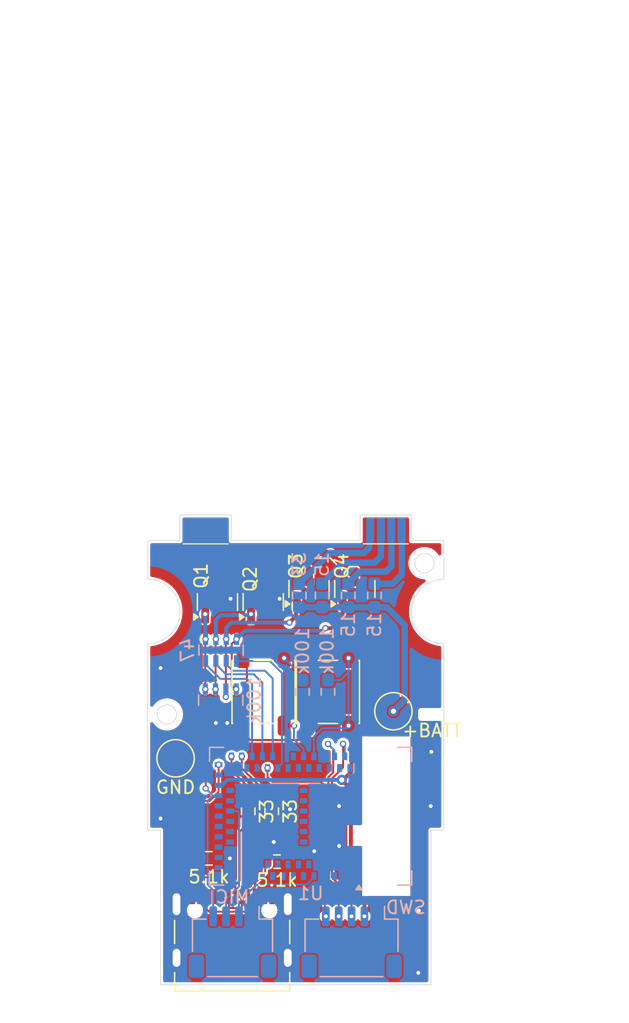
<source format=kicad_pcb>
(kicad_pcb (version 20241229) (generator "pcbnew") (generator_version "9.0")
  (layers (0 "F.Cu" signal) (2 "B.Cu" signal) (13 "F.Paste" user) (15 "B.Paste" user) (5 "F.SilkS" user "F.Silkscreen") (7 "B.SilkS" user "B.Silkscreen") (1 "F.Mask" user) (3 "B.Mask" user) (25 "Edge.Cuts" user))
  (net 0 "")
  (net 1 "+BATT")
  (net 2 "GND")
  (net 3 "/SW1")
  (net 4 "+3.3V")
  (net 5 "/SW2")
  (net 6 "Net-(D1-RA)")
  (net 7 "Net-(D1-BA)")
  (net 8 "/LED_R")
  (net 9 "Net-(D1-WA)")
  (net 10 "Net-(D1-GA)")
  (net 11 "/LED_G")
  (net 12 "/LED_B")
  (net 13 "/LED_W")
  (net 14 "Net-(Q1-G)")
  (net 15 "Net-(Q2-G)")
  (net 16 "Net-(Q3-G)")
  (net 17 "Net-(Q4-G)")
  (net 18 "/PWM_R")
  (net 19 "/PWM_G")
  (net 20 "/PWM_W")
  (net 21 "/PWM_B")
  (net 62 "Net-(J3-Pin_3)")
  (net 63 "/RST")
  (net 64 "Net-(J3-Pin_4)")
  (net 65 "/PDM_CLK")
  (net 66 "/PDM_DATA")
  (net 67 "Net-(J5-D+-PadA6)")
  (net 68 "Net-(J5-CC1)")
  (net 69 "VBUS")
  (net 70 "Net-(J5-D--PadA7)")
  (net 72 "Net-(J5-CC2)")
  (net 74 "/D-")
  (net 75 "/D+")
  (footprint "Resistor_SMD:R_0603_1608Metric_Pad0.98x0.95mm_HandSolder" (layer "F.Cu") (at 189.6364 128.524 90)
    (property "Reference" "R4" (hide yes))
    (property "Value" "33")
  )
  (footprint "Button_Switch_SMD:SW_SPST_PTS647_Sx38" (layer "F.Cu") (at 194 119.25 90)
    (property "Reference" "SW2" (hide yes))
    (property "Value" "SW_Push" (hide yes))
  )
  (footprint "Package_TO_SOT_SMD:SOT-23" (layer "F.Cu") (at 192.532 111.252 90)
    (property "Reference" "Q3")
    (property "Value" "IRLML0030" (hide yes))
  )
  (footprint "TestPoint:TestPoint_Pad_D2.5mm" (layer "F.Cu") (at 199.0852 120.7516)
    (property "Reference" "J1" (hide yes))
    (property "Value" "+BATT")
  )
  (footprint "Resistor_SMD:R_0603_1608Metric_Pad0.98x0.95mm_HandSolder" (layer "F.Cu") (at 184.7596 132.1816)
    (property "Reference" "R1" (hide yes))
    (property "Value" "5.1k")
  )
  (footprint "Package_TO_SOT_SMD:SOT-23" (layer "F.Cu") (at 196.088 111.252 90)
    (property "Reference" "Q4")
    (property "Value" "IRLML0030" (hide yes))
  )
  (footprint "Package_TO_SOT_SMD:SOT-23" (layer "F.Cu") (at 188.976 112.268 90)
    (property "Reference" "Q2")
    (property "Value" "IRLML0030" (hide yes))
  )
  (footprint "Resistor_SMD:R_0603_1608Metric_Pad0.98x0.95mm_HandSolder" (layer "F.Cu") (at 190.0428 132.4356)
    (property "Reference" "R2" (hide yes))
    (property "Value" "5.1k")
  )
  (footprint "TestPoint:TestPoint_Pad_D2.5mm" (layer "F.Cu") (at 182.1688 124.4092)
    (property "Reference" "J2" (hide yes))
    (property "Value" "GND")
  )
  (footprint "Resistor_SMD:R_0603_1608Metric_Pad0.98x0.95mm_HandSolder" (layer "F.Cu") (at 187.8076 128.524 90)
    (property "Reference" "R3" (hide yes))
    (property "Value" "33")
  )
  (footprint "Button_Switch_SMD:SW_SPST_PTS647_Sx38" (layer "F.Cu") (at 189 119.25 90)
    (property "Reference" "SW1" (hide yes))
    (property "Value" "SW_Push" (hide yes))
  )
  (footprint "Connector_USB:USB_C_Receptacle_Palconn_UTC16-G" (layer "F.Cu") (at 186.563 137.668)
    (property "Reference" "J5" (hide yes))
    (property "Value" "USB_C_Receptacle_USB2.0_14P" (hide yes))
  )
  (footprint "Package_TO_SOT_SMD:SOT-23" (layer "F.Cu") (at 185.42 112.268 90)
    (property "Reference" "Q1")
    (property "Value" "IRLML0030" (hide yes))
  )
  (footprint "Resistor_SMD:R_Array_Concave_4x0603" (layer "B.Cu") (at 185.674 119.888 -90)
    (property "Reference" "RN2" (hide yes))
    (property "Value" "100k")
  )
  (footprint "Resistor_SMD:R_0603_1608Metric_Pad0.98x0.95mm_HandSolder" (layer "B.Cu") (at 191.77 111.76 -90)
    (property "Reference" "R7" (hide yes))
    (property "Value" "33")
  )
  (footprint "RF_Module:Raytac_MDBT50Q" (layer "B.Cu") (at 192.659 128.905 90)
    (property "Reference" "U1")
    (property "Value" "MDBT50Q-1MV2")
  )
  (footprint "Resistor_SMD:R_0603_1608Metric_Pad0.98x0.95mm_HandSolder" (layer "B.Cu") (at 195.58 111.76 -90)
    (property "Reference" "R9" (hide yes))
    (property "Value" "15")
  )
  (footprint "Connector_JST:JST_SH_SM05B-SRSS-TB_1x05-1MP_P1.00mm_Horizontal" (layer "B.Cu") (at 195.834 138.684 180)
    (property "Reference" "J3" (hide yes))
    (property "Value" "SWD")
  )
  (footprint "Resistor_SMD:R_0603_1608Metric_Pad0.98x0.95mm_HandSolder" (layer "B.Cu") (at 194 119.25 -90)
    (property "Reference" "R6" (hide yes))
    (property "Value" "100k")
  )
  (footprint "Resistor_SMD:R_0603_1608Metric_Pad0.98x0.95mm_HandSolder" (layer "B.Cu") (at 197.612 111.76 -90)
    (property "Reference" "R10" (hide yes))
    (property "Value" "15")
  )
  (footprint "Resistor_SMD:R_0603_1608Metric_Pad0.98x0.95mm_HandSolder" (layer "B.Cu") (at 193.548 111.76 -90)
    (property "Reference" "R8" (hide yes))
    (property "Value" "15")
  )
  (footprint "Resistor_SMD:R_0603_1608Metric_Pad0.98x0.95mm_HandSolder" (layer "B.Cu") (at 192.024 119.25 -90)
    (property "Reference" "R5" (hide yes))
    (property "Value" "100k")
  )
  (footprint "Resistor_SMD:R_Array_Concave_4x0603" (layer "B.Cu") (at 185.7 116 90)
    (property "Reference" "RN1" (hide yes))
    (property "Value" "47")
  )
  (footprint "Connector_JST:JST_SH_SM04B-SRSS-TB_1x04-1MP_P1.00mm_Horizontal" (layer "B.Cu") (at 186.5884 138.684 180)
    (property "Reference" "J4" (hide yes))
    (property "Value" "MIC")
  )
  (gr_line (start 196.75 107.75) (end 200.25 107.75) (stroke (width 0.1)) (layer "F.SilkS"))
  (gr_line (start 186.25 107.75) (end 182.75 107.75) (stroke (width 0.1)) (layer "F.SilkS"))
  (gr_circle (center 181.5 121) (end 181.5 120.25) (stroke (width 0.05)) (fill no) (layer "Edge.Cuts"))
  (gr_line (start 202 130) (end 202 142) (stroke (width 0.05)) (layer "Edge.Cuts"))
  (gr_line (start 196.5 105.5) (end 196.5 107.5) (stroke (width 0.05)) (layer "Edge.Cuts"))
  (gr_line (start 203 115.5) (end 203 130) (stroke (width 0.05)) (layer "Edge.Cuts"))
  (gr_arc (start 203 115.5) (mid 200.5 113) (end 203 110.5) (stroke (width 0.05)) (layer "Edge.Cuts"))
  (gr_line (start 200.5 105.5) (end 196.5 105.5) (stroke (width 0.05)) (layer "Edge.Cuts"))
  (gr_line (start 180 107.5) (end 182.5 107.5) (stroke (width 0.05)) (layer "Edge.Cuts"))
  (gr_line (start 186.5 105.5) (end 186.5 107.5) (stroke (width 0.05)) (layer "Edge.Cuts"))
  (gr_line (start 202 142) (end 181 142) (stroke (width 0.05)) (layer "Edge.Cuts"))
  (gr_line (start 196.5 107.5) (end 186.5 107.5) (stroke (width 0.05)) (layer "Edge.Cuts"))
  (gr_circle (center 201.5 109.25) (end 201.5 108.5) (stroke (width 0.05)) (fill no) (layer "Edge.Cuts"))
  (gr_line (start 181 130) (end 181 142) (stroke (width 0.05)) (layer "Edge.Cuts"))
  (gr_arc (start 180 110.5) (mid 182.5 113) (end 180 115.5) (stroke (width 0.05)) (layer "Edge.Cuts"))
  (gr_line (start 203 130) (end 202 130) (stroke (width 0.05)) (layer "Edge.Cuts"))
  (gr_line (start 180 110.5) (end 180 107.5) (stroke (width 0.05)) (layer "Edge.Cuts"))
  (gr_line (start 203 110.5) (end 203 107.5) (stroke (width 0.05)) (layer "Edge.Cuts"))
  (gr_line (start 200.5 107.5) (end 203 107.5) (stroke (width 0.05)) (layer "Edge.Cuts"))
  (gr_line (start 180 130) (end 181 130) (stroke (width 0.05)) (layer "Edge.Cuts"))
  (gr_line (start 180 130) (end 180 115.5) (stroke (width 0.05)) (layer "Edge.Cuts"))
  (gr_line (start 182.5 105.5) (end 186.5 105.5) (stroke (width 0.05)) (layer "Edge.Cuts"))
  (gr_line (start 182.5 107.5) (end 182.5 105.5) (stroke (width 0.05)) (layer "Edge.Cuts"))
  (gr_line (start 200.5 107.5) (end 200.5 105.5) (stroke (width 0.05)) (layer "Edge.Cuts"))
  (segment (start 195.072 126.0856) (end 195.7832 126.7968) (width 0.3) (layer "F.Cu") (net 1))
  (segment (start 197.9676 121.8692) (end 199.0852 120.7516) (width 0.3) (layer "F.Cu") (net 1))
  (segment (start 197.23767 121.8692) (end 197.9676 121.8692) (width 0.3) (layer "F.Cu") (net 1))
  (segment (start 195.072 126.0856) (end 195.1736 126.0856) (width 0.3) (layer "F.Cu") (net 1))
  (segment (start 195.1736 126.0856) (end 195.834 125.4252) (width 0.3) (layer "F.Cu") (net 1))
  (segment (start 195.7832 126.7968) (end 195.7832 134.4676) (width 0.3) (layer "F.Cu") (net 1))
  (segment (start 196.834 135.5184) (end 196.834 136.684) (width 0.3) (layer "F.Cu") (net 1))
  (segment (start 195.834 123.27287) (end 197.23767 121.8692) (width 0.3) (layer "F.Cu") (net 1))
  (segment (start 195.7832 134.4676) (end 196.834 135.5184) (width 0.3) (layer "F.Cu") (net 1))
  (segment (start 195.834 125.4252) (end 195.834 123.27287) (width 0.3) (layer "F.Cu") (net 1))
  (via (at 195.072 126.0856) (size 0.8) (drill 0.4) (layers "F.Cu" "B.Cu") (net 1))
  (via (at 199.0852 120.7516) (size 0.8) (drill 0.4) (layers "F.Cu" "B.Cu") (net 1))
  (via (at 196.834 136.684) (size 0.5) (drill 0.3) (layers "F.Cu" "B.Cu") (net 1))
  (segment (start 193.548 112.6725) (end 195.58 112.6725) (width 0.5) (layer "B.Cu") (net 1))
  (segment (start 195.58 112.6725) (end 197.612 112.6725) (width 0.5) (layer "B.Cu") (net 1))
  (segment (start 195.072 126.0856) (end 187.4012 126.0856) (width 0.3) (layer "B.Cu") (net 1))
  (segment (start 198.5753 112.6725) (end 197.612 112.6725) (width 0.5) (layer "B.Cu") (net 1))
  (segment (start 187.4012 126.0856) (end 186.182 126.0856) (width 0.3) (layer "B.Cu") (net 1))
  (segment (start 199.9488 114.046) (end 198.5753 112.6725) (width 0.5) (layer "B.Cu") (net 1))
  (segment (start 191.77 112.6725) (end 193.548 112.6725) (width 0.5) (layer "B.Cu") (net 1))
  (segment (start 186.182 126.0856) (end 185.7626 126.505) (width 0.3) (layer "B.Cu") (net 1))
  (segment (start 199.0852 120.7516) (end 199.9488 119.888) (width 0.5) (layer "B.Cu") (net 1))
  (segment (start 199.9488 119.888) (end 199.9488 114.046) (width 0.5) (layer "B.Cu") (net 1))
  (segment (start 185.7626 126.505) (end 185.509 126.505) (width 0.3) (layer "B.Cu") (net 1))
  (via (at 194.8688 131.2164) (size 0.5) (drill 0.3) (layers "F.Cu" "B.Cu") (net 2))
  (via (at 186.436 112.014) (size 0.5) (drill 0.3) (layers "F.Cu" "B.Cu") (net 2))
  (via (at 201.0664 136.2456) (size 0.5) (drill 0.3) (layers "F.Cu" "B.Cu") (net 2))
  (via (at 202.0316 123.9012) (size 0.5) (drill 0.3) (layers "F.Cu" "B.Cu") (net 2))
  (via (at 181.0004 129.0828) (size 0.5) (drill 0.3) (layers "F.Cu" "B.Cu") (net 2))
  (via (at 186.182 121.666) (size 0.5) (drill 0.3) (layers "F.Cu" "B.Cu") (net 2))
  (via (at 181.0004 117.3988) (size 0.5) (drill 0.3) (layers "F.Cu" "B.Cu") (net 2))
  (via (at 190.246 112.014) (size 0.5) (drill 0.3) (layers "F.Cu" "B.Cu") (net 2))
  (via (at 194.8688 128.1176) (size 0.5) (drill 0.3) (layers "F.Cu" "B.Cu") (net 2))
  (via (at 186.3852 132.1816) (size 0.5) (drill 0.3) (layers "F.Cu" "B.Cu") (net 2))
  (via (at 201.9808 128.1176) (size 0.5) (drill 0.3) (layers "F.Cu" "B.Cu") (net 2))
  (via (at 189.7888 130.9116) (size 0.5) (drill 0.3) (layers "F.Cu" "B.Cu") (net 2))
  (via (at 201.0156 141.0716) (size 0.5) (drill 0.3) (layers "F.Cu" "B.Cu") (net 2))
  (via (at 185.293 121.666) (size 0.5) (drill 0.3) (layers "F.Cu" "B.Cu") (net 2))
  (via (at 191.0588 128.3716) (size 0.5) (drill 0.3) (layers "F.Cu" "B.Cu") (net 2))
  (via (at 192.9384 131.6228) (size 0.5) (drill 0.3) (layers "F.Cu" "B.Cu") (net 2))
  (segment (start 191.3578 121.875) (end 191.3636 121.8692) (width 0.15) (layer "F.Cu") (net 3))
  (segment (start 190.6 121.875) (end 191.3578 121.875) (width 0.15) (layer "F.Cu") (net 3))
  (segment (start 190.6 121.875) (end 190.6 116.625) (width 0.15) (layer "F.Cu") (net 3))
  (via (at 190.6 116.625) (size 0.5) (drill 0.3) (layers "F.Cu" "B.Cu") (net 3))
  (via (at 191.3636 121.8692) (size 0.5) (drill 0.3) (layers "F.Cu" "B.Cu") (net 3))
  (segment (start 192.024 118.3375) (end 192.024 118.049) (width 0.15) (layer "B.Cu") (net 3))
  (segment (start 191.3636 122.936) (end 192.109 123.6814) (width 0.15) (layer "B.Cu") (net 3))
  (segment (start 192.024 118.049) (end 190.6 116.625) (width 0.15) (layer "B.Cu") (net 3))
  (segment (start 191.3636 121.8692) (end 191.3636 122.936) (width 0.15) (layer "B.Cu") (net 3))
  (segment (start 192.109 123.6814) (end 192.109 124.255) (width 0.15) (layer "B.Cu") (net 3))
  (segment (start 184.5056 123.5456) (end 184.5056 126.746) (width 0.15) (layer "F.Cu") (net 4))
  (segment (start 187.4 122.5308) (end 187.0456 122.8852) (width 0.15) (layer "F.Cu") (net 4))
  (segment (start 187.706 116.931) (end 187.4 116.625) (width 0.15) (layer "F.Cu") (net 4))
  (segment (start 185.0644 123.0376) (end 185.0136 123.0376) (width 0.15) (layer "F.Cu") (net 4))
  (segment (start 187.4 121.875) (end 187.4 122.4268) (width 0.15) (layer "F.Cu") (net 4))
  (segment (start 187.96 122.9868) (end 191.8208 122.9868) (width 0.15) (layer "F.Cu") (net 4))
  (segment (start 192.4 116.625) (end 192.4 116.073) (width 0.15) (layer "F.Cu") (net 4))
  (segment (start 187.4 122.4268) (end 187.96 122.9868) (width 0.15) (layer "F.Cu") (net 4))
  (segment (start 191.901 115.574) (end 187.829 115.574) (width 0.15) (layer "F.Cu") (net 4))
  (segment (start 187.829 115.574) (end 187.4 116.003) (width 0.15) (layer "F.Cu") (net 4))
  (segment (start 192.4 116.073) (end 191.901 115.574) (width 0.15) (layer "F.Cu") (net 4))
  (segment (start 191.8208 122.9868) (end 192.4 122.4076) (width 0.15) (layer "F.Cu") (net 4))
  (segment (start 187.0456 122.8852) (end 186.8932 123.0376) (width 0.15) (layer "F.Cu") (net 4))
  (segment (start 187.4 121.875) (end 187.706 121.569) (width 0.15) (layer "F.Cu") (net 4))
  (segment (start 186.8932 123.0376) (end 185.0644 123.0376) (width 0.15) (layer "F.Cu") (net 4))
  (segment (start 192.4 122.4076) (end 192.4 121.875) (width 0.15) (layer "F.Cu") (net 4))
  (segment (start 187.4 121.875) (end 187.4 122.5308) (width 0.15) (layer "F.Cu") (net 4))
  (segment (start 187.706 121.569) (end 187.706 116.931) (width 0.15) (layer "F.Cu") (net 4))
  (segment (start 185.0136 123.0376) (end 184.5056 123.5456) (width 0.15) (layer "F.Cu") (net 4))
  (segment (start 187.4 116.003) (end 187.4 116.625) (width 0.15) (layer "F.Cu") (net 4))
  (via (at 184.5056 126.746) (size 0.5) (drill 0.3) (layers "F.Cu" "B.Cu") (net 4))
  (segment (start 184.658 134.2136) (end 184.658 127.7116) (width 0.15) (layer "B.Cu") (net 4))
  (segment (start 184.658 127.7116) (end 185.0646 127.305) (width 0.15) (layer "B.Cu") (net 4))
  (segment (start 185.0646 127.305) (end 185.509 127.305) (width 0.15) (layer "B.Cu") (net 4))
  (segment (start 184.5056 126.746) (end 185.0646 127.305) (width 0.15) (layer "B.Cu") (net 4))
  (segment (start 185.0884 136.684) (end 185.0884 134.644) (width 0.15) (layer "B.Cu") (net 4))
  (segment (start 185.0884 134.644) (end 184.658 134.2136) (width 0.15) (layer "B.Cu") (net 4))
  (segment (start 195.4026 122.0724) (end 195.6 121.875) (width 0.15) (layer "F.Cu") (net 5))
  (via (at 195.6 116.625) (size 0.5) (drill 0.3) (layers "F.Cu" "B.Cu") (net 5))
  (via (at 195.6 121.875) (size 0.5) (drill 0.3) (layers "F.Cu" "B.Cu") (net 5))
  (segment (start 195.6 121.875) (end 195.6 117.709) (width 0.15) (layer "B.Cu") (net 5))
  (segment (start 194 118.3375) (end 194.9715 118.3375) (width 0.15) (layer "B.Cu") (net 5))
  (segment (start 192.909 122.7114) (end 192.909 124.255) (width 0.15) (layer "B.Cu") (net 5))
  (segment (start 193.548 122.0724) (end 192.909 122.7114) (width 0.15) (layer "B.Cu") (net 5))
  (segment (start 195.4026 122.0724) (end 193.548 122.0724) (width 0.15) (layer "B.Cu") (net 5))
  (segment (start 195.6 121.875) (end 195.4026 122.0724) (width 0.15) (layer "B.Cu") (net 5))
  (segment (start 194.9715 118.3375) (end 195.6 117.709) (width 0.15) (layer "B.Cu") (net 5))
  (segment (start 195.6 117.709) (end 195.6 116.625) (width 0.15) (layer "B.Cu") (net 5))
  (segment (start 197.2056 107.5944) (end 197.3072 107.4928) (width 0.5) (layer "B.Cu") (net 6))
  (segment (start 191.77 110.8475) (end 194.1595 108.458) (width 0.5) (layer "B.Cu") (net 6))
  (segment (start 194.1595 108.458) (end 196.7992 108.458) (width 0.5) (layer "B.Cu") (net 6))
  (segment (start 197.2056 108.0516) (end 197.2056 107.5944) (width 0.5) (layer "B.Cu") (net 6))
  (segment (start 196.7992 108.458) (end 197.2056 108.0516) (width 0.5) (layer "B.Cu") (net 6))
  (segment (start 195.58 110.7948) (end 196.342 110.0328) (width 0.5) (layer "B.Cu") (net 7))
  (segment (start 198.4978 109.909) (end 198.9328 109.474) (width 0.5) (layer "B.Cu") (net 7))
  (segment (start 196.4658 109.909) (end 197.8152 109.909) (width 0.5) (layer "B.Cu") (net 7))
  (segment (start 196.342 110.0328) (end 196.4658 109.909) (width 0.5) (layer "B.Cu") (net 7))
  (segment (start 198.9328 109.474) (end 198.9328 107.5436) (width 0.5) (layer "B.Cu") (net 7))
  (segment (start 195.58 110.8475) (end 195.58 110.7948) (width 0.5) (layer "B.Cu") (net 7))
  (segment (start 197.8152 109.909) (end 198.4978 109.909) (width 0.5) (layer "B.Cu") (net 7))
  (segment (start 183.2864 109.1969) (end 185.42 111.3305) (width 0.5) (layer "F.Cu") (net 8))
  (segment (start 183.2864 107.4928) (end 183.2864 109.1969) (width 0.5) (layer "F.Cu") (net 8))
  (segment (start 199.644 110.236) (end 199.7456 110.1344) (width 0.5) (layer "B.Cu") (net 9))
  (segment (start 197.612 110.8475) (end 199.0325 110.8475) (width 0.5) (layer "B.Cu") (net 9))
  (segment (start 199.39 110.49) (end 199.644 110.236) (width 0.5) (layer "B.Cu") (net 9))
  (segment (start 199.7456 110.1344) (end 199.7456 107.5436) (width 0.5) (layer "B.Cu") (net 9))
  (segment (start 199.0325 110.8475) (end 199.39 110.49) (width 0.5) (layer "B.Cu") (net 9))
  (segment (start 198.12 108.712) (end 198.12 107.5436) (width 0.5) (layer "B.Cu") (net 10))
  (segment (start 193.548 110.8475) (end 195.1875 109.208) (width 0.5) (layer "B.Cu") (net 10))
  (segment (start 195.1875 109.208) (end 196.756164 109.208) (width 0.5) (layer "B.Cu") (net 10))
  (segment (start 197.624 109.208) (end 198.12 108.712) (width 0.5) (layer "B.Cu") (net 10))
  (segment (start 196.756164 109.208) (end 197.624 109.208) (width 0.5) (layer "B.Cu") (net 10))
  (segment (start 184.15 108.941364) (end 184.15 108.204) (width 0.5) (layer "F.Cu") (net 11))
  (segment (start 188.976 111.3305) (end 187.7875 110.142) (width 0.5) (layer "F.Cu") (net 11))
  (segment (start 187.7875 110.142) (end 185.350636 110.142) (width 0.5) (layer "F.Cu") (net 11))
  (segment (start 184.15 108.204) (end 184.15 107.4928) (width 0.5) (layer "F.Cu") (net 11))
  (segment (start 185.350636 110.142) (end 184.15 108.941364) (width 0.5) (layer "F.Cu") (net 11))
  (segment (start 185.359 109.159) (end 185.166 108.966) (width 0.5) (layer "F.Cu") (net 12))
  (segment (start 191.963 109.159) (end 191.77 109.159) (width 0.5) (layer "F.Cu") (net 12))
  (segment (start 184.9628 108.7628) (end 184.9628 108.712) (width 0.5) (layer "F.Cu") (net 12))
  (segment (start 191.77 109.159) (end 185.359 109.159) (width 0.5) (layer "F.Cu") (net 12))
  (segment (start 185.166 108.966) (end 184.9628 108.7628) (width 0.5) (layer "F.Cu") (net 12))
  (segment (start 192.532 110.3145) (end 192.532 109.728) (width 0.5) (layer "F.Cu") (net 12))
  (segment (start 184.9628 108.712) (end 184.9628 107.5436) (width 0.5) (layer "F.Cu") (net 12))
  (segment (start 192.532 109.728) (end 191.963 109.159) (width 0.5) (layer "F.Cu") (net 12))
  (segment (start 186.436 108.458) (end 185.7756 107.7976) (width 0.5) (layer "F.Cu") (net 13))
  (segment (start 194.2315 108.458) (end 186.436 108.458) (width 0.5) (layer "F.Cu") (net 13))
  (segment (start 185.7756 107.7976) (end 185.7756 107.5436) (width 0.5) (layer "F.Cu") (net 13))
  (segment (start 196.088 110.3145) (end 194.2315 108.458) (width 0.5) (layer "F.Cu") (net 13))
  (segment (start 184.474 119.038) (end 184.474 115.176) (width 0.15) (layer "F.Cu") (net 14))
  (segment (start 184.474 115.176) (end 184.5 115.15) (width 0.15) (layer "F.Cu") (net 14))
  (via (at 184.47 113.2055) (size 0.5) (drill 0.3) (layers "F.Cu" "B.Cu") (net 14))
  (via (at 184.474 119.038) (size 0.5) (drill 0.3) (layers "F.Cu" "B.Cu") (net 14))
  (via (at 184.5 115.15) (size 0.5) (drill 0.3) (layers "F.Cu" "B.Cu") (net 14))
  (segment (start 184.47 113.2055) (end 184.47 115.12) (width 0.3) (layer "B.Cu") (net 14))
  (segment (start 185.274 115.176) (end 185.3 115.15) (width 0.15) (layer "F.Cu") (net 15))
  (segment (start 185.274 119.038) (end 185.274 115.176) (width 0.15) (layer "F.Cu") (net 15))
  (via (at 185.274 119.038) (size 0.5) (drill 0.3) (layers "F.Cu" "B.Cu") (net 15))
  (via (at 185.3 115.15) (size 0.5) (drill 0.3) (layers "F.Cu" "B.Cu") (net 15))
  (via (at 188.026 113.2055) (size 0.5) (drill 0.3) (layers "F.Cu" "B.Cu") (net 15))
  (segment (start 187.9475 113.284) (end 188.026 113.2055) (width 0.3) (layer "B.Cu") (net 15))
  (segment (start 185.3 115.15) (end 185.3 113.658) (width 0.3) (layer "B.Cu") (net 15))
  (segment (start 185.3 113.658) (end 185.674 113.284) (width 0.3) (layer "B.Cu") (net 15))
  (segment (start 185.674 113.284) (end 187.9475 113.284) (width 0.3) (layer "B.Cu") (net 15))
  (segment (start 191.008 113.865) (end 191.516 113.357) (width 0.3) (layer "F.Cu") (net 16))
  (segment (start 186.074 119.634) (end 186.074 115.176) (width 0.15) (layer "F.Cu") (net 16))
  (segment (start 191.582 112.71) (end 191.582 112.1895) (width 0.3) (layer "F.Cu") (net 16))
  (segment (start 191.516 113.357) (end 191.516 112.2555) (width 0.3) (layer "F.Cu") (net 16))
  (segment (start 186.074 115.176) (end 186.1 115.15) (width 0.15) (layer "F.Cu") (net 16))
  (segment (start 191.516 112.2555) (end 191.582 112.1895) (width 0.3) (layer "F.Cu") (net 16))
  (via (at 186.1 115.15) (size 0.5) (drill 0.3) (layers "F.Cu" "B.Cu") (net 16))
  (via (at 191.008 113.865) (size 0.5) (drill 0.3) (layers "F.Cu" "B.Cu") (net 16))
  (via (at 186.074 119.634) (size 0.5) (drill 0.3) (layers "F.Cu" "B.Cu") (net 16))
  (segment (start 186.509 113.865) (end 186.1 114.274) (width 0.3) (layer "B.Cu") (net 16))
  (segment (start 186.074 119.634) (end 186.074 119.038) (width 0.15) (layer "B.Cu") (net 16))
  (segment (start 186.1 114.274) (end 186.1 115.15) (width 0.3) (layer "B.Cu") (net 16))
  (segment (start 191.008 113.865) (end 186.509 113.865) (width 0.3) (layer "B.Cu") (net 16))
  (segment (start 193.802 114.3) (end 194.818 114.3) (width 0.3) (layer "F.Cu") (net 17))
  (segment (start 186.874 119.038) (end 186.789593 119.038) (width 0.15) (layer "F.Cu") (net 17))
  (segment (start 186.529796 115.520204) (end 186.9025 115.1475) (width 0.15) (layer "F.Cu") (net 17))
  (segment (start 186.789593 119.038) (end 186.529796 118.778203) (width 0.15) (layer "F.Cu") (net 17))
  (segment (start 195.138 113.98) (end 194.818 114.3) (width 0.3) (layer "F.Cu") (net 17))
  (segment (start 186.529796 118.778203) (end 186.529796 115.520204) (width 0.15) (layer "F.Cu") (net 17))
  (segment (start 195.138 112.1895) (end 195.138 113.98) (width 0.3) (layer "F.Cu") (net 17))
  (via (at 186.874 119.038) (size 0.5) (drill 0.3) (layers "F.Cu" "B.Cu") (net 17))
  (via (at 193.802 114.3) (size 0.5) (drill 0.3) (layers "F.Cu" "B.Cu") (net 17))
  (via (at 186.9025 115.1475) (size 0.5) (drill 0.3) (layers "F.Cu" "B.Cu") (net 17))
  (segment (start 187.549 114.501) (end 186.9025 115.1475) (width 0.3) (layer "B.Cu") (net 17))
  (segment (start 193.601 114.501) (end 193.802 114.3) (width 0.3) (layer "B.Cu") (net 17))
  (segment (start 187.549 114.501) (end 193.601 114.501) (width 0.3) (layer "B.Cu") (net 17))
  (segment (start 186.9 115.15) (end 186.9025 115.1475) (width 0.3) (layer "B.Cu") (net 17))
  (segment (start 184.5 117.1) (end 185.637 118.237) (width 0.15) (layer "B.Cu") (net 18))
  (segment (start 184.5 116.85) (end 184.5 117.1) (width 0.15) (layer "B.Cu") (net 18))
  (segment (start 188.109 118.64) (end 188.109 124.255) (width 0.15) (layer "B.Cu") (net 18))
  (segment (start 187.706 118.237) (end 188.109 118.64) (width 0.15) (layer "B.Cu") (net 18))
  (segment (start 185.637 118.237) (end 187.706 118.237) (width 0.15) (layer "B.Cu") (net 18))
  (segment (start 185.3 116.85) (end 185.3 117.1) (width 0.15) (layer "B.Cu") (net 19))
  (segment (start 185.3 117.1) (end 186.08 117.88) (width 0.15) (layer "B.Cu") (net 19))
  (segment (start 188.238 117.88) (end 188.9125 118.5545) (width 0.15) (layer "B.Cu") (net 19))
  (segment (start 186.08 117.88) (end 188.238 117.88) (width 0.15) (layer "B.Cu") (net 19))
  (segment (start 188.909 118.558) (end 188.909 124.255) (width 0.15) (layer "B.Cu") (net 19))
  (segment (start 188.9125 118.5545) (end 188.909 118.558) (width 0.15) (layer "B.Cu") (net 19))
  (segment (start 190.433 117.789) (end 189.494 116.85) (width 0.15) (layer "B.Cu") (net 20))
  (segment (start 190.433 124.831) (end 190.433 117.789) (width 0.15) (layer "B.Cu") (net 20))
  (segment (start 190.109 125.155) (end 190.433 124.831) (width 0.15) (layer "B.Cu") (net 20))
  (segment (start 189.494 116.85) (end 186.9 116.85) (width 0.15) (layer "B.Cu") (net 20))
  (segment (start 186.1 117.1) (end 186.602 117.602) (width 0.15) (layer "B.Cu") (net 21))
  (segment (start 189.709 118.208) (end 189.709 124.255) (width 0.15) (layer "B.Cu") (net 21))
  (segment (start 186.1 116.85) (end 186.1 117.1) (width 0.15) (layer "B.Cu") (net 21))
  (segment (start 189.103 117.602) (end 189.709 118.208) (width 0.15) (layer "B.Cu") (net 21))
  (segment (start 186.602 117.602) (end 189.103 117.602) (width 0.15) (layer "B.Cu") (net 21))
  (segment (start 194.31 125.990586) (end 194.31 133.6548) (width 0.15) (layer "F.Cu") (net 62))
  (segment (start 194.31 133.6548) (end 195.834 135.1788) (width 0.15) (layer "F.Cu") (net 62))
  (segment (start 195.1736 123.2916) (end 195.1736 125.126986) (width 0.15) (layer "F.Cu") (net 62))
  (segment (start 195.1736 125.126986) (end 194.31 125.990586) (width 0.15) (layer "F.Cu") (net 62))
  (segment (start 195.834 135.1788) (end 195.834 136.684) (width 0.15) (layer "F.Cu") (net 62))
  (via (at 195.834 136.684) (size 0.5) (drill 0.3) (layers "F.Cu" "B.Cu") (net 62))
  (via (at 195.1736 123.2916) (size 0.5) (drill 0.3) (layers "F.Cu" "B.Cu") (net 62))
  (segment (start 195.309 123.427) (end 195.1736 123.2916) (width 0.15) (layer "B.Cu") (net 62))
  (segment (start 195.309 124.255) (end 195.309 123.427) (width 0.15) (layer "B.Cu") (net 62))
  (segment (start 189.309 125.155) (end 189.309 125.8598) (width 0.15) (layer "F.Cu") (net 63))
  (segment (start 193.4464 126.238) (end 193.754 126.5456) (width 0.15) (layer "F.Cu") (net 63))
  (segment (start 189.6872 126.238) (end 193.4464 126.238) (width 0.15) (layer "F.Cu") (net 63))
  (segment (start 189.309 125.155) (end 189.2808 125.1832) (width 0.15) (layer "F.Cu") (net 63))
  (segment (start 189.309 125.8598) (end 189.6872 126.238) (width 0.15) (layer "F.Cu") (net 63))
  (segment (start 193.754 126.5456) (end 193.754 136.604) (width 0.15) (layer "F.Cu") (net 63))
  (segment (start 193.754 136.604) (end 193.834 136.684) (width 0.15) (layer "F.Cu") (net 63))
  (via (at 189.309 125.155) (size 0.5) (drill 0.3) (layers "F.Cu" "B.Cu") (net 63))
  (via (at 193.834 136.684) (size 0.5) (drill 0.3) (layers "F.Cu" "B.Cu") (net 63))
  (segment (start 194.834 134.571952) (end 194.834 136.684) (width 0.15) (layer "F.Cu") (net 64))
  (segment (start 194.4116 123.698) (end 194.4116 125.495834) (width 0.15) (layer "F.Cu") (net 64))
  (segment (start 194.4116 125.495834) (end 194.032 125.875435) (width 0.15) (layer "F.Cu") (net 64))
  (segment (start 194.0052 123.2916) (end 194.4116 123.698) (width 0.15) (layer "F.Cu") (net 64))
  (segment (start 194.032 125.875435) (end 194.032 133.769952) (width 0.15) (layer "F.Cu") (net 64))
  (segment (start 194.032 133.769952) (end 194.834 134.571952) (width 0.15) (layer "F.Cu") (net 64))
  (via (at 194.0052 123.2916) (size 0.5) (drill 0.3) (layers "F.Cu" "B.Cu") (net 64))
  (via (at 194.834 136.684) (size 0.5) (drill 0.3) (layers "F.Cu" "B.Cu") (net 64))
  (segment (start 194.509 123.7954) (end 194.509 124.255) (width 0.15) (layer "B.Cu") (net 64))
  (segment (start 194.0052 123.2916) (end 194.509 123.7954) (width 0.15) (layer "B.Cu") (net 64))
  (segment (start 186.409 128.505) (end 186.9758 128.505) (width 0.15) (layer "B.Cu") (net 65))
  (segment (start 187.0964 128.6256) (end 187.0964 134.366) (width 0.15) (layer "B.Cu") (net 65))
  (segment (start 187.0964 134.366) (end 186.0884 135.374) (width 0.15) (layer "B.Cu") (net 65))
  (segment (start 186.9758 128.505) (end 187.0964 128.6256) (width 0.15) (layer "B.Cu") (net 65))
  (segment (start 186.0884 135.374) (end 186.0884 136.684) (width 0.15) (layer "B.Cu") (net 65))
  (segment (start 192.909 133.655) (end 192.3504 134.2136) (width 0.15) (layer "B.Cu") (net 66))
  (segment (start 192.909 133.555) (end 192.909 133.655) (width 0.15) (layer "B.Cu") (net 66))
  (segment (start 188.468 134.2136) (end 187.0884 135.5932) (width 0.15) (layer "B.Cu") (net 66))
  (segment (start 187.0884 135.5932) (end 187.0884 136.684) (width 0.15) (layer "B.Cu") (net 66))
  (segment (start 192.3504 134.2136) (end 188.468 134.2136) (width 0.15) (layer "B.Cu") (net 66))
  (segment (start 189.6364 129.54) (end 187.6044 131.572) (width 0.15) (layer "F.Cu") (net 67))
  (segment (start 186.4154 136.0424) (end 187.2106 136.0424) (width 0.15) (layer "F.Cu") (net 67))
  (segment (start 187.6044 131.572) (end 187.6044 134.0846) (width 0.15) (layer "F.Cu") (net 67))
  (segment (start 187.313 134.376) (end 187.313 135.158) (width 0.15) (layer "F.Cu") (net 67))
  (segment (start 187.2106 136.0424) (end 187.313 135.94) (width 0.15) (layer "F.Cu") (net 67))
  (segment (start 187.313 135.94) (end 187.313 135.158) (width 0.15) (layer "F.Cu") (net 67))
  (segment (start 186.313 135.94) (end 186.4154 136.0424) (width 0.15) (layer "F.Cu") (net 67))
  (segment (start 189.6364 129.4365) (end 189.6364 129.54) (width 0.15) (layer "F.Cu") (net 67))
  (segment (start 187.6044 134.0846) (end 187.313 134.376) (width 0.15) (layer "F.Cu") (net 67))
  (segment (start 186.313 135.158) (end 186.313 135.94) (width 0.15) (layer "F.Cu") (net 67))
  (segment (start 184.8104 133.6548) (end 184.3024 133.6548) (width 0.15) (layer "F.Cu") (net 68))
  (segment (start 185.313 135.158) (end 185.313 134.1574) (width 0.15) (layer "F.Cu") (net 68))
  (segment (start 184.3024 133.6548) (end 183.8471 133.1995) (width 0.15) (layer "F.Cu") (net 68))
  (segment (start 183.8471 133.1995) (end 183.8471 132.1816) (width 0.15) (layer "F.Cu") (net 68))
  (segment (start 185.313 134.1574) (end 184.8104 133.6548) (width 0.15) (layer "F.Cu") (net 68))
  (segment (start 188.963 135.5982) (end 188.963 135.158) (width 0.15) (layer "F.Cu") (net 69))
  (segment (start 182.8292 128.3716) (end 182.8292 133.5532) (width 0.15) (layer "F.Cu") (net 69))
  (segment (start 183.1848 133.9088) (end 183.6438 133.9088) (width 0.15) (layer "F.Cu") (net 69))
  (segment (start 184.163 135.158) (end 184.163 135.6998) (width 0.15) (layer "F.Cu") (net 69))
  (segment (start 188.739 136.0254) (end 188.739 135.8222) (width 0.15) (layer "F.Cu") (net 69))
  (segment (start 182.8292 133.5532) (end 183.1848 133.9088) (width 0.15) (layer "F.Cu") (net 69))
  (segment (start 183.6438 133.9088) (end 184.163 134.428) (width 0.15) (layer "F.Cu") (net 69))
  (segment (start 184.8104 127.7112) (end 183.4896 127.7112) (width 0.15) (layer "F.Cu") (net 69))
  (segment (start 188.739 135.8222) (end 188.963 135.5982) (width 0.15) (layer "F.Cu") (net 69))
  (segment (start 185.509 127.0126) (end 184.8104 127.7112) (width 0.15) (layer "F.Cu") (net 69))
  (segment (start 188.444 136.3204) (end 188.739 136.0254) (width 0.15) (layer "F.Cu") (net 69))
  (segment (start 184.163 135.6998) (end 184.7836 136.3204) (width 0.15) (layer "F.Cu") (net 69))
  (segment (start 184.163 134.428) (end 184.163 135.158) (width 0.15) (layer "F.Cu") (net 69))
  (segment (start 183.4896 127.7112) (end 182.8292 128.3716) (width 0.15) (layer "F.Cu") (net 69))
  (segment (start 184.7836 136.3204) (end 188.444 136.3204) (width 0.15) (layer "F.Cu") (net 69))
  (segment (start 185.509 124.905) (end 185.509 127.0126) (width 0.15) (layer "F.Cu") (net 69))
  (via (at 185.509 124.905) (size 0.5) (drill 0.3) (layers "F.Cu" "B.Cu") (net 69))
  (segment (start 186.813 134.376) (end 186.739 134.302) (width 0.15) (layer "F.Cu") (net 70))
  (segment (start 185.887 134.302) (end 185.813 134.376) (width 0.15) (layer "F.Cu") (net 70))
  (segment (start 187.1472 133.9088) (end 187.1472 130.0969) (width 0.15) (layer "F.Cu") (net 70))
  (segment (start 186.739 134.302) (end 185.887 134.302) (width 0.15) (layer "F.Cu") (net 70))
  (segment (start 187.1472 130.0969) (end 187.8076 129.4365) (width 0.15) (layer "F.Cu") (net 70))
  (segment (start 186.754 134.302) (end 187.1472 133.9088) (width 0.15) (layer "F.Cu") (net 70))
  (segment (start 186.813 135.158) (end 186.813 134.376) (width 0.15) (layer "F.Cu") (net 70))
  (segment (start 186.739 134.302) (end 186.754 134.302) (width 0.15) (layer "F.Cu") (net 70))
  (segment (start 185.813 134.376) (end 185.813 135.158) (width 0.15) (layer "F.Cu") (net 70))
  (segment (start 188.313 134.1146) (end 189.1303 133.2973) (width 0.15) (layer "F.Cu") (net 72))
  (segment (start 189.1303 133.2973) (end 189.1303 132.4356) (width 0.15) (layer "F.Cu") (net 72))
  (segment (start 188.313 135.158) (end 188.313 134.1146) (width 0.15) (layer "F.Cu") (net 72))
  (segment (start 186.509 125.3458) (end 186.509 124.255) (width 0.15) (layer "F.Cu") (net 74))
  (segment (start 187.8076 127.6115) (end 187.8076 126.6444) (width 0.15) (layer "F.Cu") (net 74))
  (segment (start 187.8076 126.6444) (end 186.509 125.3458) (width 0.15) (layer "F.Cu") (net 74))
  (via (at 186.509 124.255) (size 0.5) (drill 0.3) (layers "F.Cu" "B.Cu") (net 74))
  (segment (start 189.6364 127.508) (end 189.6364 127.6115) (width 0.15) (layer "F.Cu") (net 75))
  (segment (start 187.309 124.255) (end 187.309 125.1806) (width 0.15) (layer "F.Cu") (net 75))
  (segment (start 187.309 125.1806) (end 189.6364 127.508) (width 0.15) (layer "F.Cu") (net 75))
  (via (at 187.309 124.255) (size 0.5) (drill 0.3) (layers "F.Cu" "B.Cu") (net 75))
  (zone (net 8) (net_name "/LED_R") (layer "F.Cu") (priority 4) (connect_pads (clearance 0)) (min_thickness 0.25) (fill yes (thermal_gap 0.5) (thermal_bridge_width 0.5))
    (polygon (pts (xy 183 105.750657) (xy 183 107.750657) (xy 183.61986 107.750657) (xy 183.61986 105.750657)))
  )
  (zone (net 12) (net_name "/LED_B") (layer "F.Cu") (priority 4) (connect_pads (clearance 0)) (min_thickness 0.25) (fill yes (thermal_gap 0.5) (thermal_bridge_width 0.5))
    (polygon (pts (xy 184.6 105.750657) (xy 184.6 107.750657) (xy 185.21986 107.750657) (xy 185.21986 105.750657)))
  )
  (zone (net 13) (net_name "/LED_W") (layer "F.Cu") (priority 4) (connect_pads (clearance 0)) (min_thickness 0.25) (fill yes (thermal_gap 0.5) (thermal_bridge_width 0.5))
    (polygon (pts (xy 185.432644 105.750657) (xy 185.432644 107.750657) (xy 186.052504 107.750657) (xy 186.052504 105.750657)))
  )
  (zone (net 11) (net_name "/LED_G") (layer "F.Cu") (priority 4) (connect_pads (clearance 0)) (min_thickness 0.25) (fill yes (thermal_gap 0.5) (thermal_bridge_width 0.5))
    (polygon (pts (xy 183.8 105.750657) (xy 183.8 107.750657) (xy 184.41986 107.750657) (xy 184.41986 105.750657)))
  )
  (zone (net 2) (net_name "GND") (layers "F.Cu" "B.Cu") (connect_pads yes (clearance 0)) (min_thickness 0.25) (fill yes (thermal_gap 0.5) (thermal_bridge_width 0.5))
    (polygon (pts (xy 176 102) (xy 176 145) (xy 210 145) (xy 210 102)))
  )
  (zone (net 0) (net_name "") (layer "B.Cu") (connect_pads (clearance 0)) (min_thickness 0.25)
    (keepout (tracks allowed) (vias allowed) (pads allowed) (copperpour not_allowed) (footprints not_allowed))
    (fill (thermal_gap 0.5) (thermal_bridge_width 0.5))
    (polygon (pts (arc (start 199.25 113) (mid 206.75 113) (end 199.25 113))))
  )
  (zone (net 9) (net_name "Net-(D1-WA)") (layer "B.Cu") (priority 4) (connect_pads (clearance 0)) (min_thickness 0.25) (fill yes (thermal_gap 0.5) (thermal_bridge_width 0.5))
    (polygon (pts (xy 200.025 105.696) (xy 200.025 107.696) (xy 199.40514 107.696) (xy 199.40514 105.696)))
  )
  (zone (net 0) (net_name "") (layer "B.Cu") (connect_pads (clearance 0)) (min_thickness 0.25)
    (keepout (tracks allowed) (vias allowed) (pads allowed) (copperpour not_allowed) (footprints not_allowed))
    (fill (thermal_gap 0.5) (thermal_bridge_width 0.5))
    (polygon (pts (arc (start 176.5 113) (mid 183.5 113) (end 176.5 113))))
  )
  (zone (net 10) (net_name "Net-(D1-GA)") (layer "B.Cu") (priority 4) (connect_pads (clearance 0)) (min_thickness 0.25) (fill yes (thermal_gap 0.5) (thermal_bridge_width 0.5))
    (polygon (pts (xy 198.425 105.696) (xy 198.425 107.696) (xy 197.80514 107.696) (xy 197.80514 105.696)))
  )
  (zone (net 7) (net_name "Net-(D1-BA)") (layer "B.Cu") (priority 4) (connect_pads (clearance 0)) (min_thickness 0.25) (fill yes (thermal_gap 0.5) (thermal_bridge_width 0.5))
    (polygon (pts (xy 199.225 105.696) (xy 199.225 107.696) (xy 198.60514 107.696) (xy 198.60514 105.696)))
  )
  (zone (net 6) (net_name "Net-(D1-RA)") (layer "B.Cu") (priority 4) (connect_pads (clearance 0)) (min_thickness 0.25) (fill yes (thermal_gap 0.5) (thermal_bridge_width 0.5))
    (polygon (pts (xy 197.592356 105.696) (xy 197.592356 107.696) (xy 196.972496 107.696) (xy 196.972496 105.696)))
  )
)
</source>
